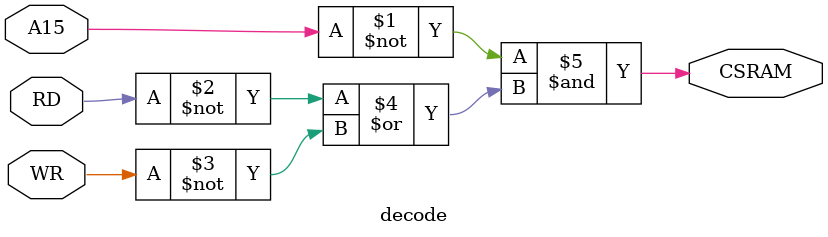
<source format=v>
module decode (A15, RD, WR, CSRAM);
   input A15;
   input RD;
   input WR;
   output CSRAM;
   assign CSRAM = (~A15 & ( ~RD | ~WR ));
endmodule

</source>
